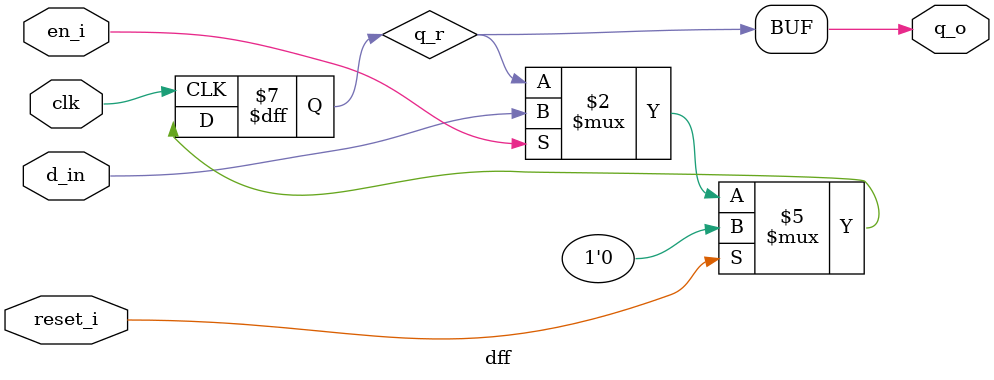
<source format=v>
`default_nettype none

module dff #(parameter [0:0] reset_val_p = 1'b0) 
    (input [0:0] clk,
    input [0:0] en_i,
    input [0:0] d_in,
    input [0:0] reset_i,
    output[0:0] q_o
);

//internal reg
reg [0:0] q_r;



always @(posedge clk) begin
    if (reset_i) begin
        q_r <= reset_val_p; 
    end else if (en_i) begin // can also just switch it to a basic else instead of en_i 
        q_r <= d_in;
    end
end




assign q_o = q_r;
endmodule
</source>
